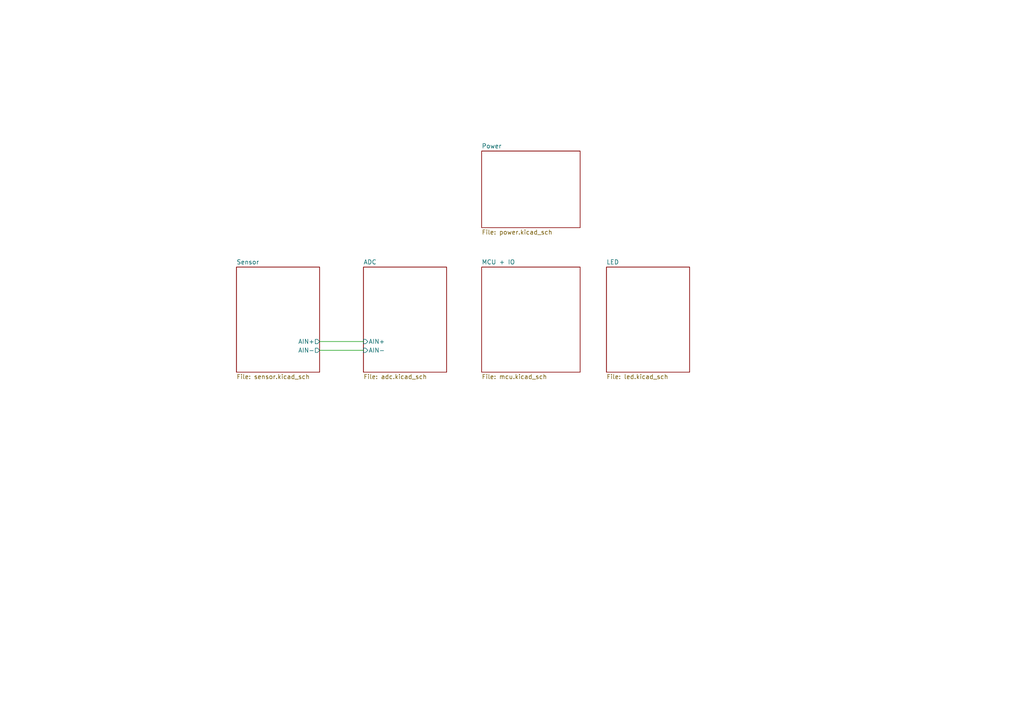
<source format=kicad_sch>
(kicad_sch (version 20230121) (generator eeschema)
  (paper "A4")
  (title_block (title "Development Board") (date "2023-09-05") (rev "2.3") (company "Plastic Scanner"))
  (lib_symbols)
  (wire (pts (xy 92.71 99.06) (xy 105.41 99.06)))
  (wire (pts (xy 92.71 101.6) (xy 105.41 101.6)))
  (sheet (at 175.895 77.47) (size 24.13 30.48) (stroke (width 0.1524))
    (property "Sheetname" "LED" (at 175.895 76.7584 0) (effects (justify left bottom)))
    (property "Sheetfile" "led.kicad_sch" (at 175.895 108.5346 0) (effects (justify left top)))
  )
  (sheet (at 139.7 43.815) (size 28.575 22.225) (stroke (width 0.1524))
    (property "Sheetname" "Power" (at 139.7 43.1034 0) (effects (justify left bottom)))
    (property "Sheetfile" "power.kicad_sch" (at 139.7 66.6246 0) (effects (justify left top)))
  )
  (sheet (at 68.58 77.47) (size 24.13 30.48) (stroke (width 0.1524))
    (property "Sheetname" "Sensor" (at 68.58 76.7584 0) (effects (justify left bottom)))
    (property "Sheetfile" "sensor.kicad_sch" (at 68.58 108.5346 0) (effects (justify left top)))
    (pin "AIN-" output (at 92.71 101.6 0))
    (pin "AIN+" output (at 92.71 99.06 0))
  )
  (sheet (at 105.41 77.47) (size 24.13 30.48) (stroke (width 0.1524))
    (property "Sheetname" "ADC" (at 105.41 76.7584 0) (effects (justify left bottom)))
    (property "Sheetfile" "adc.kicad_sch" (at 105.41 108.5346 0) (effects (justify left top)))
    (pin "AIN+" input (at 105.41 99.06 180))
    (pin "AIN-" input (at 105.41 101.6 180))
  )
  (sheet (at 139.7 77.47) (size 28.575 30.48) (stroke (width 0.1524))
    (property "Sheetname" "MCU + IO" (at 139.7 76.7584 0) (effects (justify left bottom)))
    (property "Sheetfile" "mcu.kicad_sch" (at 139.7 108.5346 0) (effects (justify left top)))
  )
)
</source>
